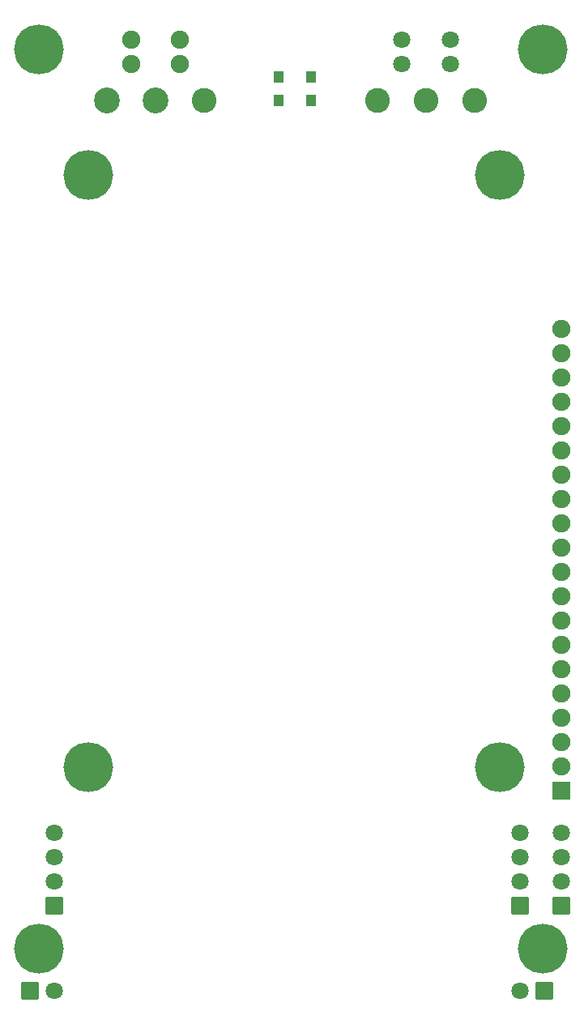
<source format=gbs>
G04 Layer: BottomSolderMaskLayer*
G04 EasyEDA v6.5.29, 2023-07-18 10:32:44*
G04 f0145a9d3cf84adf84608df9e98d150b,5a6b42c53f6a479593ecc07194224c93,10*
G04 Gerber Generator version 0.2*
G04 Scale: 100 percent, Rotated: No, Reflected: No *
G04 Dimensions in millimeters *
G04 leading zeros omitted , absolute positions ,4 integer and 5 decimal *
%FSLAX45Y45*%
%MOMM*%

%AMMACRO1*1,1,$1,$2,$3*1,1,$1,$4,$5*1,1,$1,0-$2,0-$3*1,1,$1,0-$4,0-$5*20,1,$1,$2,$3,$4,$5,0*20,1,$1,$4,$5,0-$2,0-$3,0*20,1,$1,0-$2,0-$3,0-$4,0-$5,0*20,1,$1,0-$4,0-$5,$2,$3,0*4,1,4,$2,$3,$4,$5,0-$2,0-$3,0-$4,0-$5,$2,$3,0*%
%ADD10C,1.9016*%
%ADD11MACRO1,0.1016X0.9X-0.9X0.9X0.9*%
%ADD12MACRO1,0.1016X-0.475X-0.575X0.475X-0.575*%
%ADD13MACRO1,0.1016X-0.85X0.85X0.85X0.85*%
%ADD14C,1.8016*%
%ADD15MACRO1,0.1016X0.85X-0.85X-0.85X-0.85*%
%ADD16MACRO1,0.1016X-0.85X-0.85X-0.85X0.85*%
%ADD17C,5.2032*%
%ADD18C,1.9032*%
%ADD19C,2.7032*%
%ADD20C,2.6016*%

%LPD*%
D10*
G01*
X5930900Y7937500D03*
D11*
G01*
X5930886Y3111489D03*
D10*
G01*
X5930900Y3365500D03*
G01*
X5930900Y3619500D03*
G01*
X5930900Y3873500D03*
G01*
X5930900Y4127500D03*
G01*
X5930900Y4381500D03*
G01*
X5930900Y4635500D03*
G01*
X5930900Y4889500D03*
G01*
X5930900Y5143500D03*
G01*
X5930900Y5397500D03*
G01*
X5930900Y5651500D03*
G01*
X5930900Y5905500D03*
G01*
X5930900Y6159500D03*
G01*
X5930900Y6413500D03*
G01*
X5930900Y6667500D03*
G01*
X5930900Y6921500D03*
G01*
X5930900Y7175500D03*
G01*
X5930900Y7429500D03*
G01*
X5930900Y7683500D03*
D12*
G01*
X2980359Y10566400D03*
G01*
X3318840Y10566400D03*
G01*
X2980359Y10325100D03*
G01*
X3318840Y10325100D03*
D13*
G01*
X381001Y1015996D03*
D14*
G01*
X635000Y1016000D03*
D15*
G01*
X5753091Y1015996D03*
D14*
G01*
X5499100Y1016000D03*
D16*
G01*
X635000Y1904993D03*
D14*
G01*
X635000Y2159000D03*
G01*
X635000Y2413000D03*
G01*
X635000Y2667000D03*
D16*
G01*
X5499091Y1904993D03*
D14*
G01*
X5499100Y2159000D03*
G01*
X5499100Y2413000D03*
G01*
X5499100Y2667000D03*
D16*
G01*
X5930888Y1904993D03*
D14*
G01*
X5930900Y2159000D03*
G01*
X5930900Y2413000D03*
G01*
X5930900Y2667000D03*
D17*
G01*
X469900Y10858500D03*
D18*
G01*
X1435100Y10960100D03*
G01*
X1435100Y10706100D03*
G01*
X1943100Y10960100D03*
G01*
X1943100Y10706100D03*
D19*
G01*
X1687093Y10325100D03*
D20*
G01*
X2197100Y10325100D03*
D19*
G01*
X1179093Y10325100D03*
D14*
G01*
X4267200Y10960100D03*
G01*
X4267200Y10706100D03*
G01*
X4775200Y10960100D03*
G01*
X4775200Y10706100D03*
D20*
G01*
X4519193Y10325100D03*
G01*
X5029200Y10325100D03*
G01*
X4011193Y10325100D03*
D17*
G01*
X5737199Y10858500D03*
G01*
X471271Y1460500D03*
G01*
X5737199Y1460500D03*
G01*
X5285206Y9543313D03*
G01*
X990600Y9543313D03*
G01*
X5285206Y3352800D03*
G01*
X990600Y3352800D03*
M02*

</source>
